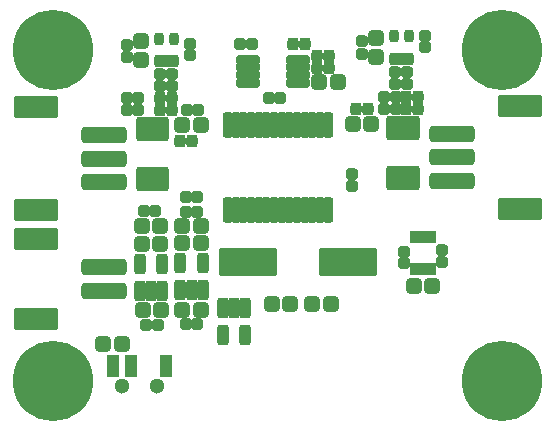
<source format=gbs>
G04 #@! TF.GenerationSoftware,KiCad,Pcbnew,8.0.7*
G04 #@! TF.CreationDate,2025-04-02T23:58:34+11:00*
G04 #@! TF.ProjectId,Ganglion_01,47616e67-6c69-46f6-9e5f-30312e6b6963,01*
G04 #@! TF.SameCoordinates,Original*
G04 #@! TF.FileFunction,Soldermask,Bot*
G04 #@! TF.FilePolarity,Negative*
%FSLAX46Y46*%
G04 Gerber Fmt 4.6, Leading zero omitted, Abs format (unit mm)*
G04 Created by KiCad (PCBNEW 8.0.7) date 2025-04-02 23:58:34*
%MOMM*%
%LPD*%
G01*
G04 APERTURE LIST*
G04 Aperture macros list*
%AMRoundRect*
0 Rectangle with rounded corners*
0 $1 Rounding radius*
0 $2 $3 $4 $5 $6 $7 $8 $9 X,Y pos of 4 corners*
0 Add a 4 corners polygon primitive as box body*
4,1,4,$2,$3,$4,$5,$6,$7,$8,$9,$2,$3,0*
0 Add four circle primitives for the rounded corners*
1,1,$1+$1,$2,$3*
1,1,$1+$1,$4,$5*
1,1,$1+$1,$6,$7*
1,1,$1+$1,$8,$9*
0 Add four rect primitives between the rounded corners*
20,1,$1+$1,$2,$3,$4,$5,0*
20,1,$1+$1,$4,$5,$6,$7,0*
20,1,$1+$1,$6,$7,$8,$9,0*
20,1,$1+$1,$8,$9,$2,$3,0*%
G04 Aperture macros list end*
%ADD10RoundRect,0.200000X-0.150000X-0.350000X0.150000X-0.350000X0.150000X0.350000X-0.150000X0.350000X0*%
%ADD11C,6.800000*%
%ADD12RoundRect,0.240000X0.240000X0.270000X-0.240000X0.270000X-0.240000X-0.270000X0.240000X-0.270000X0*%
%ADD13RoundRect,0.325000X-0.325000X-0.350000X0.325000X-0.350000X0.325000X0.350000X-0.325000X0.350000X0*%
%ADD14RoundRect,0.240000X-0.240000X-0.270000X0.240000X-0.270000X0.240000X0.270000X-0.240000X0.270000X0*%
%ADD15RoundRect,0.235000X-0.235000X-0.285000X0.235000X-0.285000X0.235000X0.285000X-0.235000X0.285000X0*%
%ADD16RoundRect,0.235000X0.235000X0.285000X-0.235000X0.285000X-0.235000X-0.285000X0.235000X-0.285000X0*%
%ADD17C,1.300000*%
%ADD18RoundRect,0.200000X0.350000X-0.750000X0.350000X0.750000X-0.350000X0.750000X-0.350000X-0.750000X0*%
%ADD19RoundRect,0.200000X0.200000X-0.812500X0.200000X0.812500X-0.200000X0.812500X-0.200000X-0.812500X0*%
%ADD20RoundRect,0.200000X-0.225000X0.875000X-0.225000X-0.875000X0.225000X-0.875000X0.225000X0.875000X0*%
%ADD21RoundRect,0.250000X0.250000X-0.612500X0.250000X0.612500X-0.250000X0.612500X-0.250000X-0.612500X0*%
%ADD22RoundRect,0.250000X-0.250000X0.612500X-0.250000X-0.612500X0.250000X-0.612500X0.250000X0.612500X0*%
%ADD23RoundRect,0.325000X0.325000X0.350000X-0.325000X0.350000X-0.325000X-0.350000X0.325000X-0.350000X0*%
%ADD24RoundRect,0.325000X0.350000X-0.325000X0.350000X0.325000X-0.350000X0.325000X-0.350000X-0.325000X0*%
%ADD25RoundRect,0.200000X0.812500X0.200000X-0.812500X0.200000X-0.812500X-0.200000X0.812500X-0.200000X0*%
%ADD26RoundRect,0.350000X1.600000X-0.350000X1.600000X0.350000X-1.600000X0.350000X-1.600000X-0.350000X0*%
%ADD27RoundRect,0.316667X1.583333X-0.633333X1.583333X0.633333X-1.583333X0.633333X-1.583333X-0.633333X0*%
%ADD28RoundRect,0.235000X0.285000X-0.235000X0.285000X0.235000X-0.285000X0.235000X-0.285000X-0.235000X0*%
%ADD29RoundRect,0.200000X0.200000X-0.325000X0.200000X0.325000X-0.200000X0.325000X-0.200000X-0.325000X0*%
%ADD30RoundRect,0.200000X-2.250000X-1.000000X2.250000X-1.000000X2.250000X1.000000X-2.250000X1.000000X0*%
%ADD31RoundRect,0.240000X-0.270000X0.240000X-0.270000X-0.240000X0.270000X-0.240000X0.270000X0.240000X0*%
%ADD32RoundRect,0.350000X-1.600000X0.350000X-1.600000X-0.350000X1.600000X-0.350000X1.600000X0.350000X0*%
%ADD33RoundRect,0.316667X-1.583333X0.633333X-1.583333X-0.633333X1.583333X-0.633333X1.583333X0.633333X0*%
%ADD34RoundRect,0.240000X0.270000X-0.240000X0.270000X0.240000X-0.270000X0.240000X-0.270000X-0.240000X0*%
%ADD35RoundRect,0.235000X-0.285000X0.235000X-0.285000X-0.235000X0.285000X-0.235000X0.285000X0.235000X0*%
G04 APERTURE END LIST*
D10*
X134050000Y-49325000D03*
X134550000Y-49325000D03*
X135050000Y-49325000D03*
X135550000Y-49325000D03*
X135550000Y-52075000D03*
X135050000Y-52075000D03*
X134550000Y-52075000D03*
X134050000Y-52075000D03*
D11*
X141500000Y-33500000D03*
X141500000Y-61500000D03*
X103500000Y-61500000D03*
X103500000Y-33500000D03*
D12*
X132480000Y-38500000D03*
X131520000Y-38500000D03*
X132480000Y-37500000D03*
X131520000Y-37500000D03*
X110680000Y-37600000D03*
X109720000Y-37600000D03*
X110680000Y-38600000D03*
X109720000Y-38600000D03*
D13*
X128825000Y-39800000D03*
X130375000Y-39800000D03*
X114425000Y-39900000D03*
X115975000Y-39900000D03*
X114425000Y-55493750D03*
X115975000Y-55493750D03*
D14*
X114720000Y-56693750D03*
X115680000Y-56693750D03*
X114720000Y-46000000D03*
X115680000Y-46000000D03*
X114720000Y-47193750D03*
X115680000Y-47193750D03*
D13*
X114425000Y-49893750D03*
X115975000Y-49893750D03*
D14*
X114820000Y-38600000D03*
X115780000Y-38600000D03*
D13*
X114425000Y-48393750D03*
X115975000Y-48393750D03*
X111075000Y-55537500D03*
X112625000Y-55537500D03*
D14*
X111370000Y-56837500D03*
X112330000Y-56837500D03*
X111182500Y-47137500D03*
X112142500Y-47137500D03*
D13*
X110975000Y-49937500D03*
X112525000Y-49937500D03*
X110975000Y-48437500D03*
X112525000Y-48437500D03*
D15*
X112490000Y-38600000D03*
X113510000Y-38600000D03*
X133390000Y-38500000D03*
X134410000Y-38500000D03*
X133390000Y-37500000D03*
X134410000Y-37500000D03*
X125790000Y-35000000D03*
X126810000Y-35000000D03*
X112490000Y-37600000D03*
X113510000Y-37600000D03*
X129090000Y-38500000D03*
X130110000Y-38500000D03*
D16*
X115210000Y-41200000D03*
X114190000Y-41200000D03*
D17*
X109300000Y-61987500D03*
X112300000Y-61987500D03*
D18*
X113050000Y-60237500D03*
X110050000Y-60237500D03*
X108550000Y-60237500D03*
D19*
X134075000Y-44312500D03*
X133425000Y-44312500D03*
X132775000Y-44312500D03*
X132125000Y-44312500D03*
X132125000Y-40087500D03*
X132775000Y-40087500D03*
X133425000Y-40087500D03*
X134075000Y-40087500D03*
X112875000Y-44412500D03*
X112225000Y-44412500D03*
X111575000Y-44412500D03*
X110925000Y-44412500D03*
X110925000Y-40187500D03*
X111575000Y-40187500D03*
X112225000Y-40187500D03*
X112875000Y-40187500D03*
D20*
X118275000Y-39900000D03*
X118925000Y-39900000D03*
X119575000Y-39900000D03*
X120225000Y-39900000D03*
X120875000Y-39900000D03*
X121525000Y-39900000D03*
X122175000Y-39900000D03*
X122825000Y-39900000D03*
X123475000Y-39900000D03*
X124125000Y-39900000D03*
X124775000Y-39900000D03*
X125425000Y-39900000D03*
X126075000Y-39900000D03*
X126725000Y-39900000D03*
X126725000Y-47100000D03*
X126075000Y-47100000D03*
X125425000Y-47100000D03*
X124775000Y-47100000D03*
X124125000Y-47100000D03*
X123475000Y-47100000D03*
X122825000Y-47100000D03*
X122175000Y-47100000D03*
X121525000Y-47100000D03*
X120875000Y-47100000D03*
X120225000Y-47100000D03*
X119575000Y-47100000D03*
X118925000Y-47100000D03*
X118275000Y-47100000D03*
D21*
X116150000Y-53831250D03*
X115200000Y-53831250D03*
X114250000Y-53831250D03*
X114250000Y-51556250D03*
X116150000Y-51556250D03*
D22*
X117850000Y-55362500D03*
X118800000Y-55362500D03*
X119750000Y-55362500D03*
X119750000Y-57637500D03*
X117850000Y-57637500D03*
D21*
X112700000Y-53875000D03*
X111750000Y-53875000D03*
X110800000Y-53875000D03*
X110800000Y-51600000D03*
X112700000Y-51600000D03*
D23*
X109275000Y-58400000D03*
X107725000Y-58400000D03*
D24*
X130800000Y-34075000D03*
X130800000Y-32525000D03*
D13*
X126015000Y-36200000D03*
X127565000Y-36200000D03*
D12*
X122680000Y-37600000D03*
X121720000Y-37600000D03*
D25*
X124212500Y-34325000D03*
X124212500Y-34975000D03*
X124212500Y-35625000D03*
X124212500Y-36275000D03*
X119987500Y-36275000D03*
X119987500Y-35625000D03*
X119987500Y-34975000D03*
X119987500Y-34325000D03*
D13*
X125425000Y-55000000D03*
X126975000Y-55000000D03*
D26*
X107750000Y-53900000D03*
X107750000Y-51900000D03*
D27*
X102000000Y-56250000D03*
X102000000Y-49550000D03*
D13*
X134025000Y-53500000D03*
X135575000Y-53500000D03*
D23*
X123575000Y-55000000D03*
X122025000Y-55000000D03*
D24*
X110950000Y-34325000D03*
X110950000Y-32775000D03*
D28*
X129600000Y-33810000D03*
X129600000Y-32790000D03*
X132400000Y-36410000D03*
X132400000Y-35390000D03*
X109700000Y-34110000D03*
X109700000Y-33090000D03*
D29*
X133650000Y-34250000D03*
X133000000Y-34250000D03*
X132350000Y-34250000D03*
X132350000Y-32350000D03*
X133650000Y-32350000D03*
D28*
X113550000Y-36560000D03*
X113550000Y-35540000D03*
X133400000Y-36410000D03*
X133400000Y-35390000D03*
D29*
X113750000Y-34450000D03*
X113100000Y-34450000D03*
X112450000Y-34450000D03*
X112450000Y-32550000D03*
X113750000Y-32550000D03*
D30*
X119950000Y-51500000D03*
X128450000Y-51500000D03*
D31*
X133200000Y-50620000D03*
X133200000Y-51580000D03*
D15*
X123790000Y-33000000D03*
X124810000Y-33000000D03*
D32*
X137250000Y-40600000D03*
X137250000Y-42600000D03*
X137250000Y-44600000D03*
D33*
X143000000Y-38250000D03*
X143000000Y-46950000D03*
D34*
X115050000Y-33930000D03*
X115050000Y-32970000D03*
X135000000Y-33280000D03*
X135000000Y-32320000D03*
D28*
X136400000Y-51500000D03*
X136400000Y-50480000D03*
D26*
X107750000Y-44700000D03*
X107750000Y-42700000D03*
X107750000Y-40700000D03*
D27*
X102000000Y-47050000D03*
X102000000Y-38350000D03*
D35*
X128800000Y-43990000D03*
X128800000Y-45010000D03*
D16*
X126810000Y-34000000D03*
X125790000Y-34000000D03*
D12*
X120280000Y-33000000D03*
X119320000Y-33000000D03*
D28*
X112550000Y-36560000D03*
X112550000Y-35540000D03*
M02*

</source>
